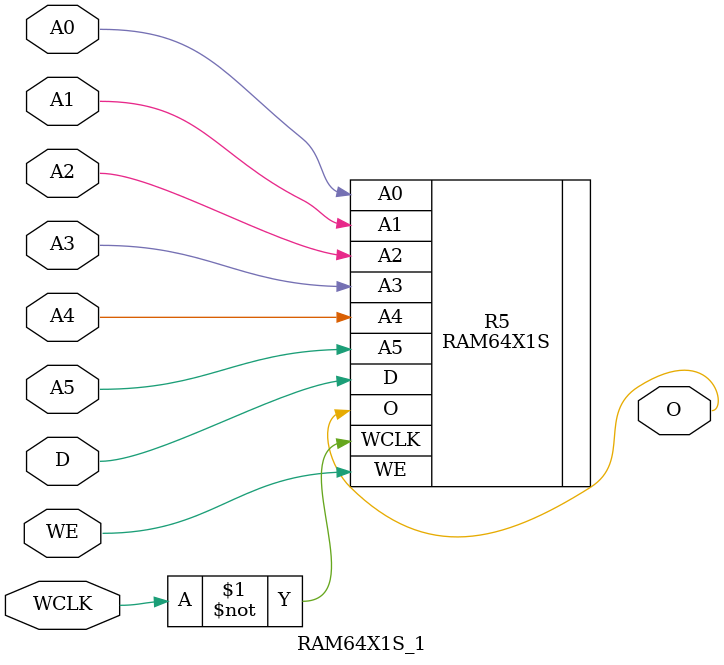
<source format=v>

`timescale  1 ps / 1 ps

module RAM64X1S_1 (O, A0, A1, A2, A3, A4, A5, D, WCLK, WE);

    parameter [63:0] INIT = 64'h0000000000000000;
    parameter [0:0] IS_WCLK_INVERTED = 1'b0;

    output O;

    input  A0, A1, A2, A3, A4, A5, D, WCLK, WE;

    RAM64X1S #(.INIT(INIT), .IS_WCLK_INVERTED(IS_WCLK_INVERTED)) R5 (
	       .O (O),
	       .A0 (A0),
	       .A1 (A1),
	       .A2 (A2),
	       .A3 (A3),
	       .A4 (A4),
	       .A5 (A5),
	       .D (D),
	       .WCLK (~WCLK),
	       .WE (WE));

endmodule

</source>
